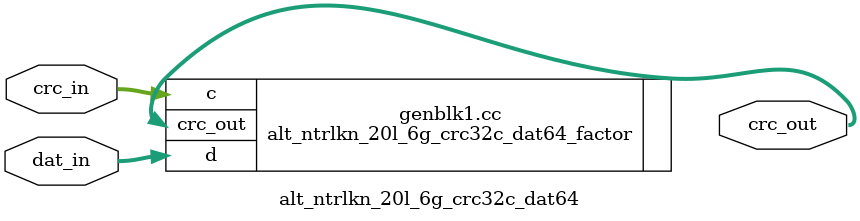
<source format=v>


`timescale 1 ps / 1 ps


module alt_ntrlkn_20l_6g_crc32c_dat64 (
	input[31:0] crc_in,
	input[63:0] dat_in,
	output[31:0] crc_out
);

parameter METHOD = 1;

generate
  if (METHOD == 0)
    alt_ntrlkn_20l_6g_crc32c_dat64_flat cc (.c(crc_in),.d(dat_in),.crc_out(crc_out));
  else
    alt_ntrlkn_20l_6g_crc32c_dat64_factor cc (.c(crc_in),.d(dat_in),.crc_out(crc_out));
endgenerate

endmodule

</source>
